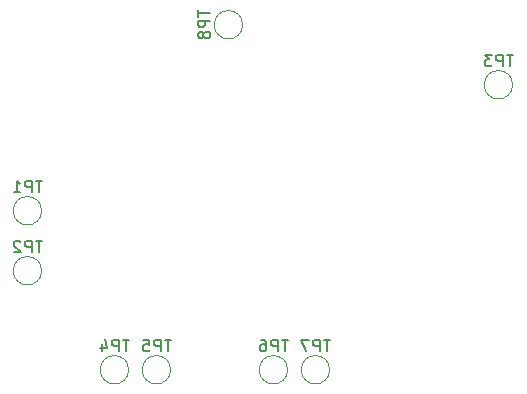
<source format=gbo>
G04 #@! TF.GenerationSoftware,KiCad,Pcbnew,6.0.2+dfsg-1*
G04 #@! TF.CreationDate,2024-04-05T20:37:34-06:00*
G04 #@! TF.ProjectId,ckt-iiab,636b742d-6969-4616-922e-6b696361645f,rev?*
G04 #@! TF.SameCoordinates,Original*
G04 #@! TF.FileFunction,Legend,Bot*
G04 #@! TF.FilePolarity,Positive*
%FSLAX46Y46*%
G04 Gerber Fmt 4.6, Leading zero omitted, Abs format (unit mm)*
G04 Created by KiCad (PCBNEW 6.0.2+dfsg-1) date 2024-04-05 20:37:34*
%MOMM*%
%LPD*%
G01*
G04 APERTURE LIST*
%ADD10C,0.150000*%
%ADD11C,0.120000*%
G04 APERTURE END LIST*
D10*
X70349904Y-166618380D02*
X69778476Y-166618380D01*
X70064190Y-167618380D02*
X70064190Y-166618380D01*
X69445142Y-167618380D02*
X69445142Y-166618380D01*
X69064190Y-166618380D01*
X68968952Y-166666000D01*
X68921333Y-166713619D01*
X68873714Y-166808857D01*
X68873714Y-166951714D01*
X68921333Y-167046952D01*
X68968952Y-167094571D01*
X69064190Y-167142190D01*
X69445142Y-167142190D01*
X68016571Y-166618380D02*
X68207047Y-166618380D01*
X68302285Y-166666000D01*
X68349904Y-166713619D01*
X68445142Y-166856476D01*
X68492761Y-167046952D01*
X68492761Y-167427904D01*
X68445142Y-167523142D01*
X68397523Y-167570761D01*
X68302285Y-167618380D01*
X68111809Y-167618380D01*
X68016571Y-167570761D01*
X67968952Y-167523142D01*
X67921333Y-167427904D01*
X67921333Y-167189809D01*
X67968952Y-167094571D01*
X68016571Y-167046952D01*
X68111809Y-166999333D01*
X68302285Y-166999333D01*
X68397523Y-167046952D01*
X68445142Y-167094571D01*
X68492761Y-167189809D01*
X89399904Y-142488380D02*
X88828476Y-142488380D01*
X89114190Y-143488380D02*
X89114190Y-142488380D01*
X88495142Y-143488380D02*
X88495142Y-142488380D01*
X88114190Y-142488380D01*
X88018952Y-142536000D01*
X87971333Y-142583619D01*
X87923714Y-142678857D01*
X87923714Y-142821714D01*
X87971333Y-142916952D01*
X88018952Y-142964571D01*
X88114190Y-143012190D01*
X88495142Y-143012190D01*
X87590380Y-142488380D02*
X86971333Y-142488380D01*
X87304666Y-142869333D01*
X87161809Y-142869333D01*
X87066571Y-142916952D01*
X87018952Y-142964571D01*
X86971333Y-143059809D01*
X86971333Y-143297904D01*
X87018952Y-143393142D01*
X87066571Y-143440761D01*
X87161809Y-143488380D01*
X87447523Y-143488380D01*
X87542761Y-143440761D01*
X87590380Y-143393142D01*
X62732380Y-138692095D02*
X62732380Y-139263523D01*
X63732380Y-138977809D02*
X62732380Y-138977809D01*
X63732380Y-139596857D02*
X62732380Y-139596857D01*
X62732380Y-139977809D01*
X62780000Y-140073047D01*
X62827619Y-140120666D01*
X62922857Y-140168285D01*
X63065714Y-140168285D01*
X63160952Y-140120666D01*
X63208571Y-140073047D01*
X63256190Y-139977809D01*
X63256190Y-139596857D01*
X63160952Y-140739714D02*
X63113333Y-140644476D01*
X63065714Y-140596857D01*
X62970476Y-140549238D01*
X62922857Y-140549238D01*
X62827619Y-140596857D01*
X62780000Y-140644476D01*
X62732380Y-140739714D01*
X62732380Y-140930190D01*
X62780000Y-141025428D01*
X62827619Y-141073047D01*
X62922857Y-141120666D01*
X62970476Y-141120666D01*
X63065714Y-141073047D01*
X63113333Y-141025428D01*
X63160952Y-140930190D01*
X63160952Y-140739714D01*
X63208571Y-140644476D01*
X63256190Y-140596857D01*
X63351428Y-140549238D01*
X63541904Y-140549238D01*
X63637142Y-140596857D01*
X63684761Y-140644476D01*
X63732380Y-140739714D01*
X63732380Y-140930190D01*
X63684761Y-141025428D01*
X63637142Y-141073047D01*
X63541904Y-141120666D01*
X63351428Y-141120666D01*
X63256190Y-141073047D01*
X63208571Y-141025428D01*
X63160952Y-140930190D01*
X73905904Y-166618380D02*
X73334476Y-166618380D01*
X73620190Y-167618380D02*
X73620190Y-166618380D01*
X73001142Y-167618380D02*
X73001142Y-166618380D01*
X72620190Y-166618380D01*
X72524952Y-166666000D01*
X72477333Y-166713619D01*
X72429714Y-166808857D01*
X72429714Y-166951714D01*
X72477333Y-167046952D01*
X72524952Y-167094571D01*
X72620190Y-167142190D01*
X73001142Y-167142190D01*
X72096380Y-166618380D02*
X71429714Y-166618380D01*
X71858285Y-167618380D01*
X56887904Y-166618380D02*
X56316476Y-166618380D01*
X56602190Y-167618380D02*
X56602190Y-166618380D01*
X55983142Y-167618380D02*
X55983142Y-166618380D01*
X55602190Y-166618380D01*
X55506952Y-166666000D01*
X55459333Y-166713619D01*
X55411714Y-166808857D01*
X55411714Y-166951714D01*
X55459333Y-167046952D01*
X55506952Y-167094571D01*
X55602190Y-167142190D01*
X55983142Y-167142190D01*
X54554571Y-166951714D02*
X54554571Y-167618380D01*
X54792666Y-166570761D02*
X55030761Y-167285047D01*
X54411714Y-167285047D01*
X49521904Y-153156380D02*
X48950476Y-153156380D01*
X49236190Y-154156380D02*
X49236190Y-153156380D01*
X48617142Y-154156380D02*
X48617142Y-153156380D01*
X48236190Y-153156380D01*
X48140952Y-153204000D01*
X48093333Y-153251619D01*
X48045714Y-153346857D01*
X48045714Y-153489714D01*
X48093333Y-153584952D01*
X48140952Y-153632571D01*
X48236190Y-153680190D01*
X48617142Y-153680190D01*
X47093333Y-154156380D02*
X47664761Y-154156380D01*
X47379047Y-154156380D02*
X47379047Y-153156380D01*
X47474285Y-153299238D01*
X47569523Y-153394476D01*
X47664761Y-153442095D01*
X49521904Y-158236380D02*
X48950476Y-158236380D01*
X49236190Y-159236380D02*
X49236190Y-158236380D01*
X48617142Y-159236380D02*
X48617142Y-158236380D01*
X48236190Y-158236380D01*
X48140952Y-158284000D01*
X48093333Y-158331619D01*
X48045714Y-158426857D01*
X48045714Y-158569714D01*
X48093333Y-158664952D01*
X48140952Y-158712571D01*
X48236190Y-158760190D01*
X48617142Y-158760190D01*
X47664761Y-158331619D02*
X47617142Y-158284000D01*
X47521904Y-158236380D01*
X47283809Y-158236380D01*
X47188571Y-158284000D01*
X47140952Y-158331619D01*
X47093333Y-158426857D01*
X47093333Y-158522095D01*
X47140952Y-158664952D01*
X47712380Y-159236380D01*
X47093333Y-159236380D01*
X60443904Y-166618380D02*
X59872476Y-166618380D01*
X60158190Y-167618380D02*
X60158190Y-166618380D01*
X59539142Y-167618380D02*
X59539142Y-166618380D01*
X59158190Y-166618380D01*
X59062952Y-166666000D01*
X59015333Y-166713619D01*
X58967714Y-166808857D01*
X58967714Y-166951714D01*
X59015333Y-167046952D01*
X59062952Y-167094571D01*
X59158190Y-167142190D01*
X59539142Y-167142190D01*
X58062952Y-166618380D02*
X58539142Y-166618380D01*
X58586761Y-167094571D01*
X58539142Y-167046952D01*
X58443904Y-166999333D01*
X58205809Y-166999333D01*
X58110571Y-167046952D01*
X58062952Y-167094571D01*
X58015333Y-167189809D01*
X58015333Y-167427904D01*
X58062952Y-167523142D01*
X58110571Y-167570761D01*
X58205809Y-167618380D01*
X58443904Y-167618380D01*
X58539142Y-167570761D01*
X58586761Y-167523142D01*
D11*
X70288000Y-169164000D02*
G75*
G03*
X70288000Y-169164000I-1200000J0D01*
G01*
X89338000Y-145034000D02*
G75*
G03*
X89338000Y-145034000I-1200000J0D01*
G01*
X66478000Y-139954000D02*
G75*
G03*
X66478000Y-139954000I-1200000J0D01*
G01*
X73844000Y-169164000D02*
G75*
G03*
X73844000Y-169164000I-1200000J0D01*
G01*
X56826000Y-169164000D02*
G75*
G03*
X56826000Y-169164000I-1200000J0D01*
G01*
X49460000Y-155702000D02*
G75*
G03*
X49460000Y-155702000I-1200000J0D01*
G01*
X49460000Y-160782000D02*
G75*
G03*
X49460000Y-160782000I-1200000J0D01*
G01*
X60382000Y-169164000D02*
G75*
G03*
X60382000Y-169164000I-1200000J0D01*
G01*
M02*

</source>
